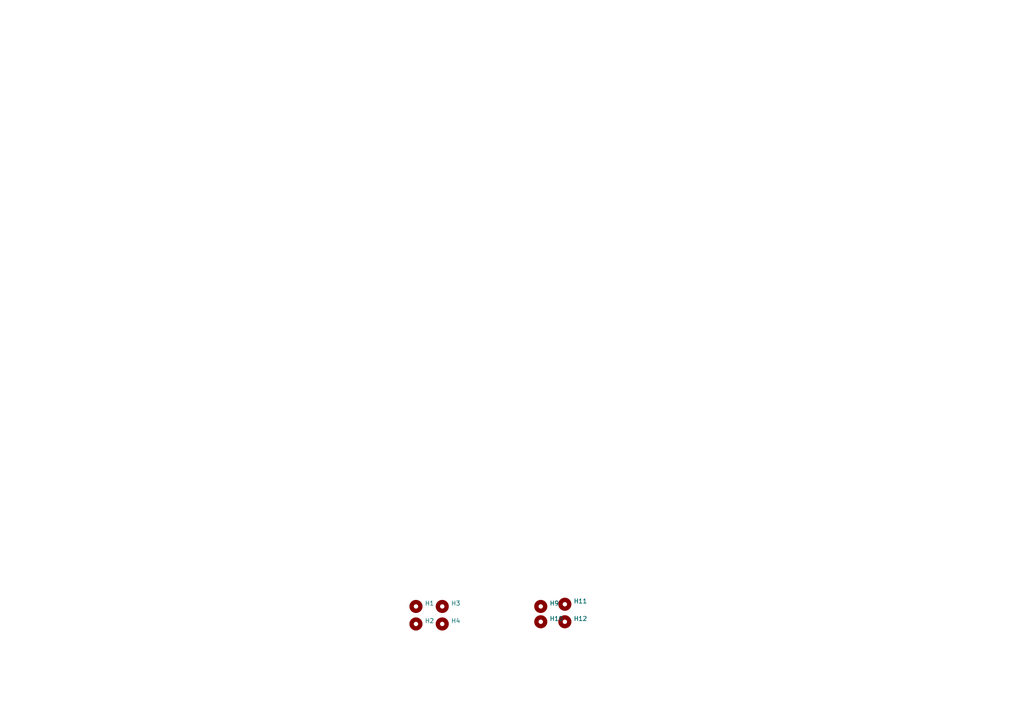
<source format=kicad_sch>
(kicad_sch (version 20211123) (generator eeschema)
  (paper "A4")
  (lib_symbols
    (symbol "Mechanical:MountingHole" (pin_names (offset 1.016))
      (property "Reference" "H" (at 0 5.08 0))
      (property "Value" "MountingHole" (at 0 3.175 0))
      (symbol "MountingHole_0_1"
        (circle (center 0 0) (radius 1.27) (stroke (width 1.27)))
      )
    )
  )
  (symbol (lib_id "Mechanical:MountingHole") (at 156.845 180.34 0) (unit 1)
    (property "Reference" "H10" (at 159.385 179.4315 0) (effects (justify left)))
    (property "Value" "MountingHole" (effects hide))
    (property "Footprint" "MountingHole:MountingHole_3.2mm_M3_DIN965" (effects hide))
  )
  (symbol (lib_id "Mechanical:MountingHole") (at 163.83 180.34 0) (unit 1)
    (property "Reference" "H12" (at 166.37 179.4315 0) (effects (justify left)))
    (property "Value" "MountingHole" (effects hide))
    (property "Footprint" "MountingHole:MountingHole_3.2mm_M3_DIN965" (effects hide))
  )
  (symbol (lib_id "Mechanical:MountingHole") (at 120.65 180.975 0) (unit 1)
    (property "Reference" "H2" (at 123.19 180.0665 0) (effects (justify left)))
    (property "Value" "MountingHole" (effects hide))
    (property "Footprint" "MountingHole:MountingHole_4.3mm_M4" (effects hide))
  )
  (symbol (lib_id "Mechanical:MountingHole") (at 120.65 175.895 0) (unit 1)
    (property "Reference" "H1" (at 123.19 174.9865 0) (effects (justify left)))
    (property "Value" "MountingHole" (effects hide))
    (property "Footprint" "MountingHole:MountingHole_4.3mm_M4" (effects hide))
  )
  (symbol (lib_id "Mechanical:MountingHole") (at 156.845 175.895 0) (unit 1)
    (property "Reference" "H9" (at 159.385 174.9865 0) (effects (justify left)))
    (property "Value" "MountingHole" (effects hide))
    (property "Footprint" "MountingHole:MountingHole_3.2mm_M3_DIN965" (effects hide))
  )
  (symbol (lib_id "Mechanical:MountingHole") (at 163.83 175.26 0) (unit 1)
    (property "Reference" "H11" (at 166.37 174.3515 0) (effects (justify left)))
    (property "Value" "MountingHole" (effects hide))
    (property "Footprint" "MountingHole:MountingHole_3.2mm_M3_DIN965" (effects hide))
  )
  (symbol (lib_id "Mechanical:MountingHole") (at 128.27 175.895 0) (unit 1)
    (property "Reference" "H3" (at 130.81 174.9865 0) (effects (justify left)))
    (property "Value" "MountingHole" (effects hide))
    (property "Footprint" "MountingHole:MountingHole_4.3mm_M4" (effects hide))
  )
  (symbol (lib_id "Mechanical:MountingHole") (at 128.27 180.975 0) (unit 1)
    (property "Reference" "H4" (at 130.81 180.0665 0) (effects (justify left)))
    (property "Value" "MountingHole" (effects hide))
    (property "Footprint" "MountingHole:MountingHole_4.3mm_M4" (effects hide))
  )
)
</source>
